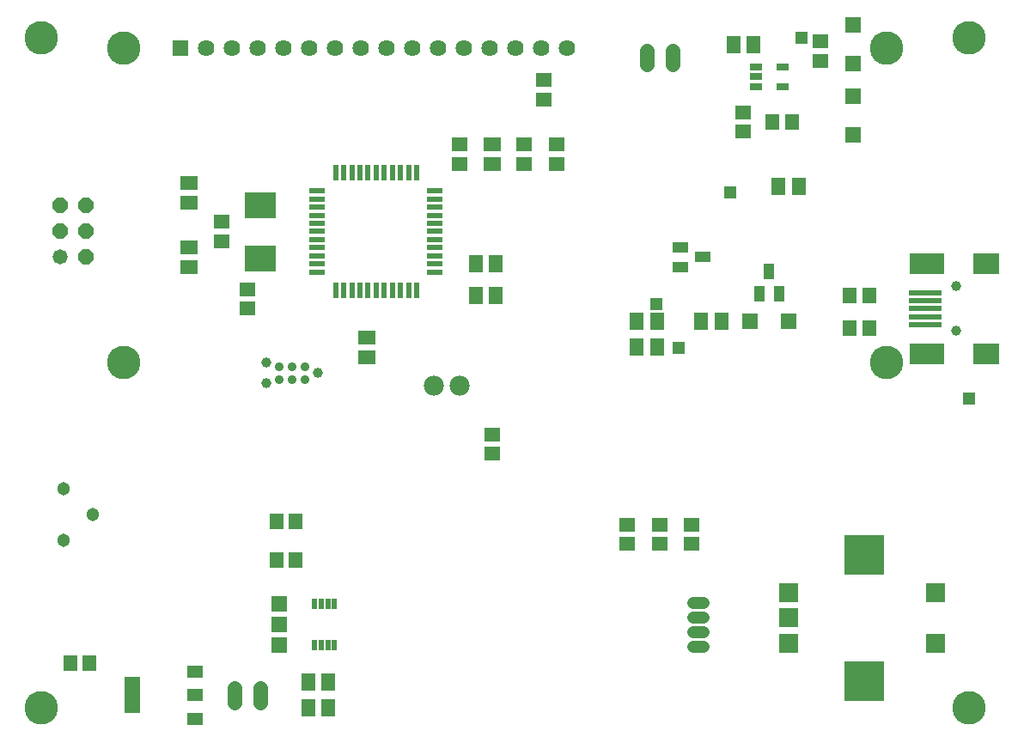
<source format=gbs>
G75*
%MOIN*%
%OFA0B0*%
%FSLAX25Y25*%
%IPPOS*%
%LPD*%
%AMOC8*
5,1,8,0,0,1.08239X$1,22.5*
%
%ADD10C,0.12998*%
%ADD11C,0.03500*%
%ADD12C,0.03900*%
%ADD13R,0.10243X0.08274*%
%ADD14R,0.13392X0.08274*%
%ADD15R,0.12605X0.02369*%
%ADD16C,0.03943*%
%ADD17R,0.05518X0.06306*%
%ADD18R,0.05518X0.06699*%
%ADD19R,0.02369X0.06306*%
%ADD20R,0.06306X0.02369*%
%ADD21R,0.06699X0.05518*%
%ADD22R,0.06306X0.05518*%
%ADD23R,0.12211X0.10243*%
%ADD24R,0.15424X0.15424*%
%ADD25R,0.07487X0.07487*%
%ADD26R,0.05124X0.02565*%
%ADD27C,0.04534*%
%ADD28R,0.06400X0.06400*%
%ADD29C,0.06400*%
%ADD30R,0.04337X0.05912*%
%ADD31R,0.05912X0.05912*%
%ADD32C,0.07800*%
%ADD33R,0.06306X0.06306*%
%ADD34C,0.05800*%
%ADD35OC8,0.05800*%
%ADD36C,0.05124*%
%ADD37C,0.05800*%
%ADD38R,0.02172X0.04337*%
%ADD39R,0.05912X0.05124*%
%ADD40R,0.05912X0.14180*%
%ADD41R,0.05912X0.04337*%
%ADD42R,0.04534X0.04534*%
D10*
X0016800Y0016800D03*
X0048769Y0150776D03*
X0048769Y0272824D03*
X0016800Y0276800D03*
X0344831Y0272824D03*
X0376800Y0276800D03*
X0344831Y0150776D03*
X0376800Y0016800D03*
D11*
X0119300Y0144300D03*
X0119300Y0149300D03*
X0114300Y0149300D03*
X0114300Y0144300D03*
X0109300Y0144300D03*
X0109300Y0149300D03*
D12*
X0104300Y0150800D03*
X0104300Y0142800D03*
X0124300Y0146800D03*
D13*
X0383611Y0154280D03*
X0383611Y0189320D03*
D14*
X0360383Y0189320D03*
X0360383Y0154280D03*
D15*
X0359989Y0165501D03*
X0359989Y0168650D03*
X0359989Y0171800D03*
X0359989Y0174950D03*
X0359989Y0178099D03*
D16*
X0371800Y0180461D03*
X0371800Y0163139D03*
D17*
X0338040Y0164300D03*
X0330560Y0164300D03*
X0330560Y0176800D03*
X0338040Y0176800D03*
X0308040Y0244300D03*
X0300560Y0244300D03*
X0115540Y0089300D03*
X0108060Y0089300D03*
X0108060Y0074300D03*
X0115540Y0074300D03*
X0035540Y0034300D03*
X0028060Y0034300D03*
D18*
X0120363Y0026800D03*
X0128237Y0026800D03*
X0128237Y0016800D03*
X0120363Y0016800D03*
X0247863Y0156800D03*
X0255737Y0156800D03*
X0255737Y0166800D03*
X0247863Y0166800D03*
X0272863Y0166800D03*
X0280737Y0166800D03*
X0302863Y0219300D03*
X0310737Y0219300D03*
X0293237Y0274300D03*
X0285363Y0274300D03*
X0193237Y0189300D03*
X0185363Y0189300D03*
X0185363Y0176800D03*
X0193237Y0176800D03*
D19*
X0162548Y0178965D03*
X0159398Y0178965D03*
X0156249Y0178965D03*
X0153099Y0178965D03*
X0149950Y0178965D03*
X0146800Y0178965D03*
X0143650Y0178965D03*
X0140501Y0178965D03*
X0137351Y0178965D03*
X0134202Y0178965D03*
X0131052Y0178965D03*
X0131052Y0224635D03*
X0134202Y0224635D03*
X0137351Y0224635D03*
X0140501Y0224635D03*
X0143650Y0224635D03*
X0146800Y0224635D03*
X0149950Y0224635D03*
X0153099Y0224635D03*
X0156249Y0224635D03*
X0159398Y0224635D03*
X0162548Y0224635D03*
D20*
X0169635Y0217548D03*
X0169635Y0214398D03*
X0169635Y0211249D03*
X0169635Y0208099D03*
X0169635Y0204950D03*
X0169635Y0201800D03*
X0169635Y0198650D03*
X0169635Y0195501D03*
X0169635Y0192351D03*
X0169635Y0189202D03*
X0169635Y0186052D03*
X0123965Y0186052D03*
X0123965Y0189202D03*
X0123965Y0192351D03*
X0123965Y0195501D03*
X0123965Y0198650D03*
X0123965Y0201800D03*
X0123965Y0204950D03*
X0123965Y0208099D03*
X0123965Y0211249D03*
X0123965Y0214398D03*
X0123965Y0217548D03*
D21*
X0074300Y0220737D03*
X0074300Y0212863D03*
X0074300Y0195737D03*
X0074300Y0187863D03*
X0143050Y0160737D03*
X0143050Y0152863D03*
X0191800Y0227863D03*
X0191800Y0235737D03*
D22*
X0179300Y0235540D03*
X0179300Y0228060D03*
X0204300Y0228060D03*
X0204300Y0235540D03*
X0216800Y0235540D03*
X0216800Y0228060D03*
X0211800Y0253060D03*
X0211800Y0260540D03*
X0289300Y0248040D03*
X0289300Y0240560D03*
X0319300Y0268060D03*
X0319300Y0275540D03*
X0191800Y0123040D03*
X0191800Y0115560D03*
X0244300Y0088040D03*
X0244300Y0080560D03*
X0256800Y0080560D03*
X0256800Y0088040D03*
X0269300Y0088040D03*
X0269300Y0080560D03*
X0096800Y0171910D03*
X0096800Y0179390D03*
X0086800Y0198060D03*
X0086800Y0205540D03*
D23*
X0101800Y0211898D03*
X0101800Y0191308D03*
D24*
X0336328Y0076406D03*
X0336328Y0027194D03*
D25*
X0363887Y0041957D03*
X0363887Y0061643D03*
X0306800Y0061643D03*
X0306800Y0051800D03*
X0306800Y0041957D03*
D26*
X0304419Y0258060D03*
X0294181Y0258060D03*
X0294181Y0261800D03*
X0294181Y0265540D03*
X0304419Y0265540D03*
D27*
X0273867Y0057611D02*
X0269733Y0057611D01*
X0269733Y0051987D02*
X0273867Y0051987D01*
X0273867Y0046363D02*
X0269733Y0046363D01*
X0269733Y0040739D02*
X0273867Y0040739D01*
D28*
X0070816Y0272824D03*
D29*
X0080816Y0272824D03*
X0090816Y0272824D03*
X0100816Y0272824D03*
X0110816Y0272824D03*
X0120816Y0272824D03*
X0130816Y0272824D03*
X0140816Y0272824D03*
X0150816Y0272824D03*
X0160816Y0272824D03*
X0170816Y0272824D03*
X0180816Y0272824D03*
X0190816Y0272824D03*
X0200816Y0272824D03*
X0210816Y0272824D03*
X0220816Y0272824D03*
D30*
X0299300Y0186131D03*
X0295560Y0177469D03*
X0303040Y0177469D03*
D31*
X0306780Y0166800D03*
X0291820Y0166800D03*
X0331800Y0239320D03*
X0331800Y0254280D03*
X0331800Y0266820D03*
X0331800Y0281780D03*
D32*
X0179300Y0141800D03*
X0169300Y0141800D03*
D33*
X0109300Y0057300D03*
X0109300Y0049300D03*
X0109300Y0041300D03*
D34*
X0024300Y0191800D03*
D35*
X0034300Y0191800D03*
X0034300Y0201800D03*
X0024300Y0201800D03*
X0024300Y0211800D03*
X0034300Y0211800D03*
D36*
X0025580Y0101800D03*
X0036800Y0091800D03*
X0025580Y0081800D03*
D37*
X0091800Y0024500D02*
X0091800Y0019100D01*
X0101800Y0019100D02*
X0101800Y0024500D01*
X0251800Y0266600D02*
X0251800Y0272000D01*
X0261800Y0272000D02*
X0261800Y0266600D01*
D38*
X0130639Y0057371D03*
X0128080Y0057371D03*
X0125520Y0057371D03*
X0122961Y0057371D03*
X0122961Y0041229D03*
X0125520Y0041229D03*
X0128080Y0041229D03*
X0130639Y0041229D03*
D39*
X0076501Y0030898D03*
X0076501Y0021800D03*
X0076501Y0012702D03*
D40*
X0052099Y0021800D03*
D41*
X0264969Y0188060D03*
X0264969Y0195540D03*
X0273631Y0191800D03*
D42*
X0255540Y0173517D03*
X0264225Y0156525D03*
X0284300Y0216800D03*
X0311800Y0276800D03*
X0376800Y0136800D03*
M02*

</source>
